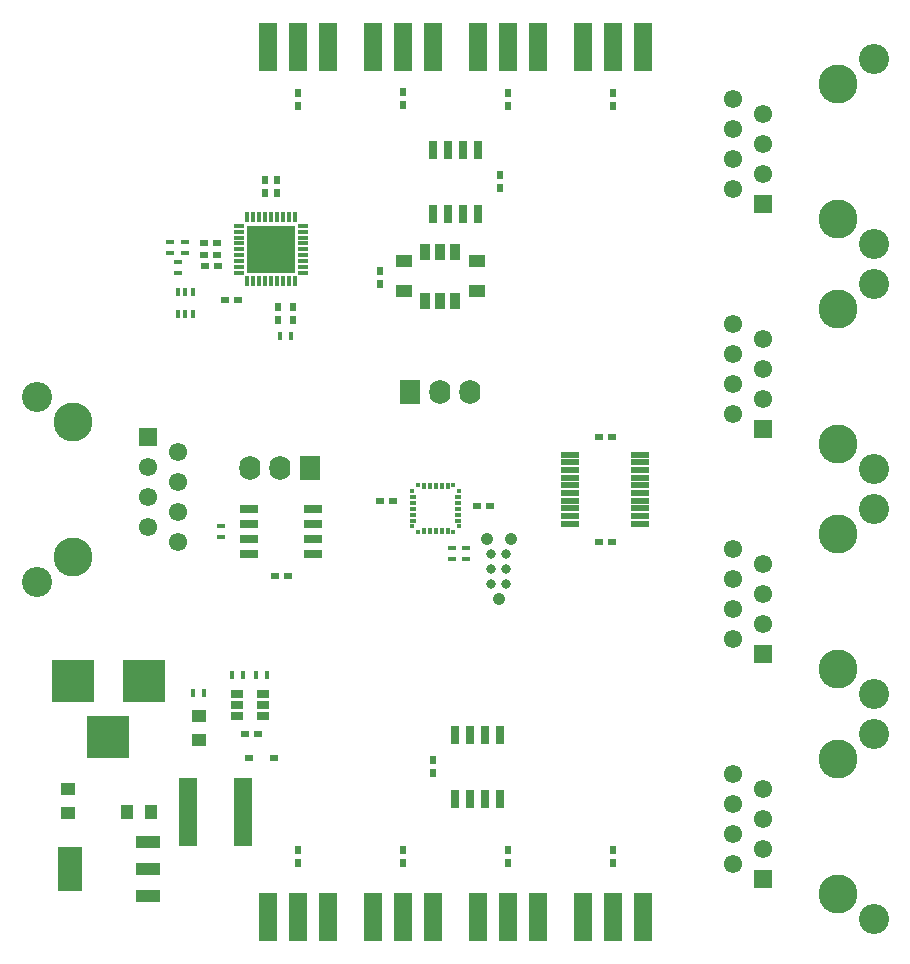
<source format=gbr>
G04 #@! TF.FileFunction,Soldermask,Top*
%FSLAX46Y46*%
G04 Gerber Fmt 4.6, Leading zero omitted, Abs format (unit mm)*
G04 Created by KiCad (PCBNEW (2016-02-16 BZR 6568, Git 6c5f954)-product) date Sun 21 Feb 2016 12:14:23 PM EST*
%MOMM*%
G01*
G04 APERTURE LIST*
%ADD10C,0.100000*%
%ADD11R,0.550800X0.650800*%
%ADD12R,0.650800X0.550800*%
%ADD13R,1.300800X1.050800*%
%ADD14R,1.050800X1.300800*%
%ADD15R,3.550920X3.550920*%
%ADD16R,0.640800X0.500800*%
%ADD17C,3.302000*%
%ADD18R,1.551940X1.551940*%
%ADD19C,1.551940*%
%ADD20C,2.550800*%
%ADD21C,0.837800*%
%ADD22C,1.041800*%
%ADD23R,1.650800X5.750800*%
%ADD24R,1.778000X2.082800*%
%ADD25O,1.778000X2.082800*%
%ADD26R,1.570800X4.110800*%
%ADD27R,0.450800X0.650800*%
%ADD28R,0.650800X0.450800*%
%ADD29R,0.449580X0.800100*%
%ADD30R,0.650800X1.600800*%
%ADD31R,1.500800X0.500800*%
%ADD32R,1.110800X0.700800*%
%ADD33R,0.940800X0.330800*%
%ADD34R,0.330800X0.940800*%
%ADD35R,1.050800X1.050800*%
%ADD36R,0.810800X1.330800*%
%ADD37R,1.330800X0.990800*%
%ADD38R,0.350800X0.350800*%
%ADD39R,0.550800X0.350800*%
%ADD40R,0.350800X0.550800*%
%ADD41R,1.600800X0.650800*%
%ADD42R,2.082800X3.708400*%
%ADD43R,2.082800X1.066800*%
G04 APERTURE END LIST*
D10*
D11*
X111506000Y-80941000D03*
X111506000Y-79841000D03*
X112522000Y-79841000D03*
X112522000Y-80941000D03*
D12*
X109262000Y-90043000D03*
X108162000Y-90043000D03*
X106384000Y-85217000D03*
X107484000Y-85217000D03*
D11*
X112649000Y-90636000D03*
X112649000Y-91736000D03*
X113919000Y-90636000D03*
X113919000Y-91736000D03*
D12*
X139785000Y-110490000D03*
X140885000Y-110490000D03*
X139785000Y-101600000D03*
X140885000Y-101600000D03*
D11*
X121285000Y-87588000D03*
X121285000Y-88688000D03*
D12*
X106426000Y-87122000D03*
X107526000Y-87122000D03*
X106384000Y-86233000D03*
X107484000Y-86233000D03*
D11*
X131445000Y-80560000D03*
X131445000Y-79460000D03*
D12*
X112353000Y-113411000D03*
X113453000Y-113411000D03*
D11*
X125730000Y-128990000D03*
X125730000Y-130090000D03*
D12*
X122343000Y-107061000D03*
X121243000Y-107061000D03*
X130598000Y-107442000D03*
X129498000Y-107442000D03*
X109813000Y-126746000D03*
X110913000Y-126746000D03*
D13*
X105918000Y-125238000D03*
X105918000Y-127238000D03*
D14*
X101838000Y-133350000D03*
X99838000Y-133350000D03*
D15*
X101249480Y-122301000D03*
X95250000Y-122301000D03*
X98249740Y-127000000D03*
D16*
X110197000Y-128778000D03*
X112307000Y-128778000D03*
D17*
X160020000Y-109855000D03*
X160020000Y-121285000D03*
D18*
X153670000Y-120015000D03*
D19*
X151130000Y-118745000D03*
X153670000Y-117475000D03*
X151130000Y-116205000D03*
X153670000Y-114935000D03*
X151130000Y-113665000D03*
X153670000Y-112395000D03*
X151130000Y-111125000D03*
D20*
X163070000Y-123420000D03*
X163070000Y-107720000D03*
D17*
X95250000Y-111760000D03*
X95250000Y-100330000D03*
D18*
X101600000Y-101600000D03*
D19*
X104140000Y-102870000D03*
X101600000Y-104140000D03*
X104140000Y-105410000D03*
X101600000Y-106680000D03*
X104140000Y-107950000D03*
X101600000Y-109220000D03*
X104140000Y-110490000D03*
D20*
X92200000Y-98195000D03*
X92200000Y-113895000D03*
D17*
X160020000Y-71755000D03*
X160020000Y-83185000D03*
D18*
X153670000Y-81915000D03*
D19*
X151130000Y-80645000D03*
X153670000Y-79375000D03*
X151130000Y-78105000D03*
X153670000Y-76835000D03*
X151130000Y-75565000D03*
X153670000Y-74295000D03*
X151130000Y-73025000D03*
D20*
X163070000Y-85320000D03*
X163070000Y-69620000D03*
D17*
X160020000Y-90805000D03*
X160020000Y-102235000D03*
D18*
X153670000Y-100965000D03*
D19*
X151130000Y-99695000D03*
X153670000Y-98425000D03*
X151130000Y-97155000D03*
X153670000Y-95885000D03*
X151130000Y-94615000D03*
X153670000Y-93345000D03*
X151130000Y-92075000D03*
D20*
X163070000Y-104370000D03*
X163070000Y-88670000D03*
D17*
X160020000Y-128905000D03*
X160020000Y-140335000D03*
D18*
X153670000Y-139065000D03*
D19*
X151130000Y-137795000D03*
X153670000Y-136525000D03*
X151130000Y-135255000D03*
X153670000Y-133985000D03*
X151130000Y-132715000D03*
X153670000Y-131445000D03*
X151130000Y-130175000D03*
D20*
X163070000Y-142470000D03*
X163070000Y-126770000D03*
D21*
X131953000Y-114046000D03*
X130683000Y-114046000D03*
X131953000Y-112776000D03*
X130683000Y-112776000D03*
X131953000Y-111506000D03*
X130683000Y-111506000D03*
D22*
X131318000Y-115316000D03*
X130302000Y-110236000D03*
X132334000Y-110236000D03*
D23*
X109665000Y-133350000D03*
X104965000Y-133350000D03*
D24*
X123825000Y-97790000D03*
D25*
X126365000Y-97790000D03*
X128905000Y-97790000D03*
D26*
X140970000Y-68580000D03*
X138430000Y-68580000D03*
X143510000Y-68580000D03*
X132080000Y-68580000D03*
X129540000Y-68580000D03*
X134620000Y-68580000D03*
X123190000Y-68580000D03*
X120650000Y-68580000D03*
X125730000Y-68580000D03*
X114300000Y-68580000D03*
X111760000Y-68580000D03*
X116840000Y-68580000D03*
D24*
X115316000Y-104267000D03*
D25*
X112776000Y-104267000D03*
X110236000Y-104267000D03*
D26*
X114300000Y-142240000D03*
X116840000Y-142240000D03*
X111760000Y-142240000D03*
X123190000Y-142240000D03*
X125730000Y-142240000D03*
X120650000Y-142240000D03*
X132080000Y-142240000D03*
X134620000Y-142240000D03*
X129540000Y-142240000D03*
X140970000Y-142240000D03*
X143510000Y-142240000D03*
X138430000Y-142240000D03*
D27*
X112834000Y-93091000D03*
X113734000Y-93091000D03*
D28*
X107823000Y-109151000D03*
X107823000Y-110051000D03*
X104775000Y-86048000D03*
X104775000Y-85148000D03*
X103505000Y-85148000D03*
X103505000Y-86048000D03*
X104140000Y-87699000D03*
X104140000Y-86799000D03*
X128524000Y-111056000D03*
X128524000Y-111956000D03*
X127381000Y-111056000D03*
X127381000Y-111956000D03*
D27*
X105468000Y-123317000D03*
X106368000Y-123317000D03*
X108770000Y-121793000D03*
X109670000Y-121793000D03*
X110802000Y-121793000D03*
X111702000Y-121793000D03*
D29*
X105425240Y-89347040D03*
X104775000Y-89347040D03*
X104124760Y-89347040D03*
X104124760Y-91246960D03*
X104775000Y-91246960D03*
X105425240Y-91246960D03*
D30*
X129540000Y-77310000D03*
X128270000Y-77310000D03*
X127000000Y-77310000D03*
X125730000Y-77310000D03*
X125730000Y-82710000D03*
X127000000Y-82710000D03*
X128270000Y-82710000D03*
X129540000Y-82710000D03*
D31*
X137385000Y-103120000D03*
X137385000Y-103770000D03*
X137385000Y-104420000D03*
X137385000Y-105070000D03*
X137385000Y-105720000D03*
X137385000Y-106370000D03*
X137385000Y-107020000D03*
X137385000Y-107670000D03*
X137385000Y-108320000D03*
X137385000Y-108970000D03*
X143285000Y-108970000D03*
X143285000Y-108320000D03*
X143285000Y-107670000D03*
X143285000Y-107020000D03*
X143285000Y-106370000D03*
X143285000Y-105720000D03*
X143285000Y-105070000D03*
X143285000Y-104420000D03*
X143285000Y-103770000D03*
X143285000Y-103120000D03*
D32*
X111336000Y-125283000D03*
X111336000Y-124333000D03*
X111336000Y-123383000D03*
X109136000Y-123383000D03*
X109136000Y-125283000D03*
X109136000Y-124333000D03*
D33*
X109328000Y-83733000D03*
X109328000Y-84233000D03*
X109328000Y-84733000D03*
X109328000Y-85233000D03*
X109328000Y-85733000D03*
X109328000Y-86233000D03*
X109328000Y-86733000D03*
X109328000Y-87233000D03*
X109328000Y-87733000D03*
D34*
X110038000Y-88443000D03*
X110538000Y-88443000D03*
X111038000Y-88443000D03*
X111538000Y-88443000D03*
X112038000Y-88443000D03*
X112538000Y-88443000D03*
X113038000Y-88443000D03*
X113538000Y-88443000D03*
X114038000Y-88443000D03*
D33*
X114748000Y-87733000D03*
X114748000Y-87233000D03*
X114748000Y-86733000D03*
X114748000Y-86233000D03*
X114748000Y-85733000D03*
X114748000Y-85233000D03*
X114748000Y-84733000D03*
X114748000Y-84233000D03*
X114748000Y-83733000D03*
D34*
X114038000Y-83023000D03*
X113538000Y-83023000D03*
X113038000Y-83023000D03*
X112538000Y-83023000D03*
X112038000Y-83023000D03*
X111538000Y-83023000D03*
X111038000Y-83023000D03*
X110538000Y-83023000D03*
X110038000Y-83023000D03*
D35*
X110538000Y-84233000D03*
X111538000Y-84233000D03*
X112538000Y-84233000D03*
X113538000Y-84233000D03*
X110538000Y-85233000D03*
X111538000Y-85233000D03*
X112538000Y-85233000D03*
X113538000Y-85233000D03*
X110538000Y-86233000D03*
X111538000Y-86233000D03*
X112538000Y-86233000D03*
X113538000Y-86233000D03*
X110538000Y-87233000D03*
X111538000Y-87233000D03*
X112538000Y-87233000D03*
X113538000Y-87233000D03*
D36*
X125105000Y-90101000D03*
X126365000Y-90101000D03*
X127625000Y-90101000D03*
D37*
X129465000Y-89281000D03*
X129465000Y-86741000D03*
D36*
X127625000Y-85921000D03*
X126365000Y-85921000D03*
X125105000Y-85921000D03*
D37*
X123265000Y-86741000D03*
X123265000Y-89281000D03*
D38*
X124484000Y-109696000D03*
X123984000Y-106196000D03*
X127484000Y-105696000D03*
X127984000Y-109196000D03*
D39*
X127884000Y-108696000D03*
X127884000Y-108196000D03*
X127884000Y-107696000D03*
X127884000Y-107196000D03*
X127884000Y-106696000D03*
D38*
X127984000Y-106196000D03*
D40*
X126984000Y-105796000D03*
X126484000Y-105796000D03*
X125984000Y-105796000D03*
X125484000Y-105796000D03*
X124984000Y-105796000D03*
D38*
X124484000Y-105696000D03*
D39*
X124084000Y-106696000D03*
X124084000Y-107196000D03*
X124084000Y-107696000D03*
X124084000Y-108196000D03*
X124084000Y-108696000D03*
D38*
X123984000Y-109196000D03*
D40*
X124984000Y-109596000D03*
X125484000Y-109596000D03*
X125984000Y-109596000D03*
X126484000Y-109596000D03*
X126984000Y-109596000D03*
D38*
X127484000Y-109696000D03*
D41*
X110203000Y-107696000D03*
X110203000Y-108966000D03*
X110203000Y-110236000D03*
X110203000Y-111506000D03*
X115603000Y-111506000D03*
X115603000Y-110236000D03*
X115603000Y-108966000D03*
X115603000Y-107696000D03*
D30*
X127635000Y-132240000D03*
X128905000Y-132240000D03*
X130175000Y-132240000D03*
X131445000Y-132240000D03*
X131445000Y-126840000D03*
X130175000Y-126840000D03*
X128905000Y-126840000D03*
X127635000Y-126840000D03*
D13*
X94869000Y-133461000D03*
X94869000Y-131461000D03*
D42*
X94996000Y-138176000D03*
D43*
X101600000Y-138176000D03*
X101600000Y-135890000D03*
X101600000Y-140462000D03*
D11*
X114300000Y-136610000D03*
X114300000Y-137710000D03*
X123190000Y-136610000D03*
X123190000Y-137710000D03*
X132080000Y-136610000D03*
X132080000Y-137710000D03*
X140970000Y-136610000D03*
X140970000Y-137710000D03*
X140970000Y-73575000D03*
X140970000Y-72475000D03*
X132080000Y-73575000D03*
X132080000Y-72475000D03*
X123190000Y-73490000D03*
X123190000Y-72390000D03*
X114300000Y-73575000D03*
X114300000Y-72475000D03*
M02*

</source>
